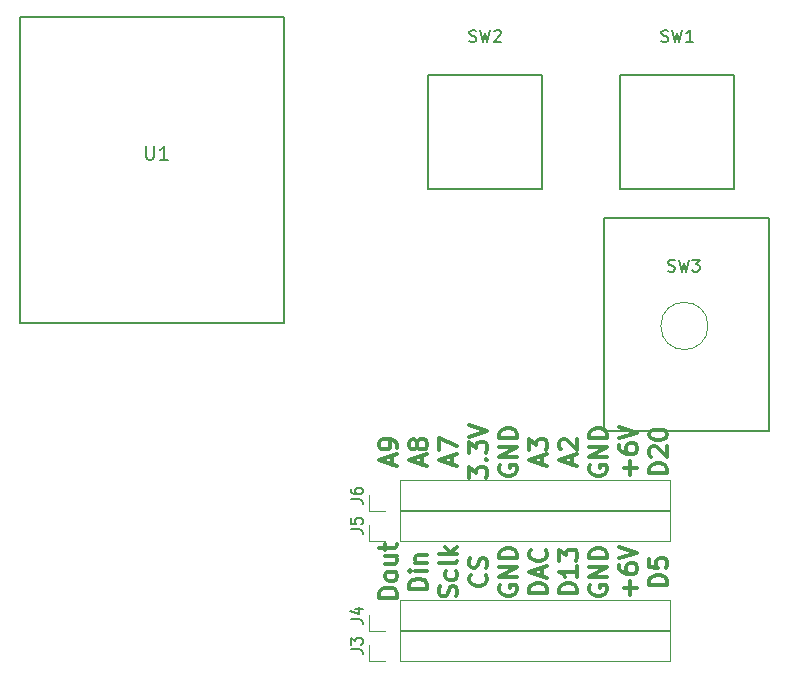
<source format=gbr>
G04 #@! TF.FileFunction,Legend,Top*
%FSLAX46Y46*%
G04 Gerber Fmt 4.6, Leading zero omitted, Abs format (unit mm)*
G04 Created by KiCad (PCBNEW 4.0.7) date 05/31/18 22:49:15*
%MOMM*%
%LPD*%
G01*
G04 APERTURE LIST*
%ADD10C,0.100000*%
%ADD11C,0.300000*%
%ADD12C,0.120000*%
%ADD13C,0.150000*%
G04 APERTURE END LIST*
D10*
D11*
X173398571Y-125567142D02*
X171898571Y-125567142D01*
X171898571Y-125209999D01*
X171970000Y-124995714D01*
X172112857Y-124852856D01*
X172255714Y-124781428D01*
X172541429Y-124709999D01*
X172755714Y-124709999D01*
X173041429Y-124781428D01*
X173184286Y-124852856D01*
X173327143Y-124995714D01*
X173398571Y-125209999D01*
X173398571Y-125567142D01*
X171898571Y-123352856D02*
X171898571Y-124067142D01*
X172612857Y-124138571D01*
X172541429Y-124067142D01*
X172470000Y-123924285D01*
X172470000Y-123567142D01*
X172541429Y-123424285D01*
X172612857Y-123352856D01*
X172755714Y-123281428D01*
X173112857Y-123281428D01*
X173255714Y-123352856D01*
X173327143Y-123424285D01*
X173398571Y-123567142D01*
X173398571Y-123924285D01*
X173327143Y-124067142D01*
X173255714Y-124138571D01*
X170287143Y-126388571D02*
X170287143Y-125245714D01*
X170858571Y-125817143D02*
X169715714Y-125817143D01*
X169358571Y-123888571D02*
X169358571Y-124174285D01*
X169430000Y-124317142D01*
X169501429Y-124388571D01*
X169715714Y-124531428D01*
X170001429Y-124602857D01*
X170572857Y-124602857D01*
X170715714Y-124531428D01*
X170787143Y-124460000D01*
X170858571Y-124317142D01*
X170858571Y-124031428D01*
X170787143Y-123888571D01*
X170715714Y-123817142D01*
X170572857Y-123745714D01*
X170215714Y-123745714D01*
X170072857Y-123817142D01*
X170001429Y-123888571D01*
X169930000Y-124031428D01*
X169930000Y-124317142D01*
X170001429Y-124460000D01*
X170072857Y-124531428D01*
X170215714Y-124602857D01*
X169358571Y-123317143D02*
X170858571Y-122817143D01*
X169358571Y-122317143D01*
X166890000Y-125602857D02*
X166818571Y-125745714D01*
X166818571Y-125960000D01*
X166890000Y-126174285D01*
X167032857Y-126317143D01*
X167175714Y-126388571D01*
X167461429Y-126460000D01*
X167675714Y-126460000D01*
X167961429Y-126388571D01*
X168104286Y-126317143D01*
X168247143Y-126174285D01*
X168318571Y-125960000D01*
X168318571Y-125817143D01*
X168247143Y-125602857D01*
X168175714Y-125531428D01*
X167675714Y-125531428D01*
X167675714Y-125817143D01*
X168318571Y-124888571D02*
X166818571Y-124888571D01*
X168318571Y-124031428D01*
X166818571Y-124031428D01*
X168318571Y-123317142D02*
X166818571Y-123317142D01*
X166818571Y-122959999D01*
X166890000Y-122745714D01*
X167032857Y-122602856D01*
X167175714Y-122531428D01*
X167461429Y-122459999D01*
X167675714Y-122459999D01*
X167961429Y-122531428D01*
X168104286Y-122602856D01*
X168247143Y-122745714D01*
X168318571Y-122959999D01*
X168318571Y-123317142D01*
X165778571Y-126281428D02*
X164278571Y-126281428D01*
X164278571Y-125924285D01*
X164350000Y-125710000D01*
X164492857Y-125567142D01*
X164635714Y-125495714D01*
X164921429Y-125424285D01*
X165135714Y-125424285D01*
X165421429Y-125495714D01*
X165564286Y-125567142D01*
X165707143Y-125710000D01*
X165778571Y-125924285D01*
X165778571Y-126281428D01*
X165778571Y-123995714D02*
X165778571Y-124852857D01*
X165778571Y-124424285D02*
X164278571Y-124424285D01*
X164492857Y-124567142D01*
X164635714Y-124710000D01*
X164707143Y-124852857D01*
X164278571Y-123495714D02*
X164278571Y-122567143D01*
X164850000Y-123067143D01*
X164850000Y-122852857D01*
X164921429Y-122710000D01*
X164992857Y-122638571D01*
X165135714Y-122567143D01*
X165492857Y-122567143D01*
X165635714Y-122638571D01*
X165707143Y-122710000D01*
X165778571Y-122852857D01*
X165778571Y-123281429D01*
X165707143Y-123424286D01*
X165635714Y-123495714D01*
X163238571Y-126245714D02*
X161738571Y-126245714D01*
X161738571Y-125888571D01*
X161810000Y-125674286D01*
X161952857Y-125531428D01*
X162095714Y-125460000D01*
X162381429Y-125388571D01*
X162595714Y-125388571D01*
X162881429Y-125460000D01*
X163024286Y-125531428D01*
X163167143Y-125674286D01*
X163238571Y-125888571D01*
X163238571Y-126245714D01*
X162810000Y-124817143D02*
X162810000Y-124102857D01*
X163238571Y-124960000D02*
X161738571Y-124460000D01*
X163238571Y-123960000D01*
X163095714Y-122602857D02*
X163167143Y-122674286D01*
X163238571Y-122888572D01*
X163238571Y-123031429D01*
X163167143Y-123245714D01*
X163024286Y-123388572D01*
X162881429Y-123460000D01*
X162595714Y-123531429D01*
X162381429Y-123531429D01*
X162095714Y-123460000D01*
X161952857Y-123388572D01*
X161810000Y-123245714D01*
X161738571Y-123031429D01*
X161738571Y-122888572D01*
X161810000Y-122674286D01*
X161881429Y-122602857D01*
X159270000Y-125602857D02*
X159198571Y-125745714D01*
X159198571Y-125960000D01*
X159270000Y-126174285D01*
X159412857Y-126317143D01*
X159555714Y-126388571D01*
X159841429Y-126460000D01*
X160055714Y-126460000D01*
X160341429Y-126388571D01*
X160484286Y-126317143D01*
X160627143Y-126174285D01*
X160698571Y-125960000D01*
X160698571Y-125817143D01*
X160627143Y-125602857D01*
X160555714Y-125531428D01*
X160055714Y-125531428D01*
X160055714Y-125817143D01*
X160698571Y-124888571D02*
X159198571Y-124888571D01*
X160698571Y-124031428D01*
X159198571Y-124031428D01*
X160698571Y-123317142D02*
X159198571Y-123317142D01*
X159198571Y-122959999D01*
X159270000Y-122745714D01*
X159412857Y-122602856D01*
X159555714Y-122531428D01*
X159841429Y-122459999D01*
X160055714Y-122459999D01*
X160341429Y-122531428D01*
X160484286Y-122602856D01*
X160627143Y-122745714D01*
X160698571Y-122959999D01*
X160698571Y-123317142D01*
X158015714Y-124709999D02*
X158087143Y-124781428D01*
X158158571Y-124995714D01*
X158158571Y-125138571D01*
X158087143Y-125352856D01*
X157944286Y-125495714D01*
X157801429Y-125567142D01*
X157515714Y-125638571D01*
X157301429Y-125638571D01*
X157015714Y-125567142D01*
X156872857Y-125495714D01*
X156730000Y-125352856D01*
X156658571Y-125138571D01*
X156658571Y-124995714D01*
X156730000Y-124781428D01*
X156801429Y-124709999D01*
X158087143Y-124138571D02*
X158158571Y-123924285D01*
X158158571Y-123567142D01*
X158087143Y-123424285D01*
X158015714Y-123352856D01*
X157872857Y-123281428D01*
X157730000Y-123281428D01*
X157587143Y-123352856D01*
X157515714Y-123424285D01*
X157444286Y-123567142D01*
X157372857Y-123852856D01*
X157301429Y-123995714D01*
X157230000Y-124067142D01*
X157087143Y-124138571D01*
X156944286Y-124138571D01*
X156801429Y-124067142D01*
X156730000Y-123995714D01*
X156658571Y-123852856D01*
X156658571Y-123495714D01*
X156730000Y-123281428D01*
X155547143Y-126531428D02*
X155618571Y-126317142D01*
X155618571Y-125959999D01*
X155547143Y-125817142D01*
X155475714Y-125745713D01*
X155332857Y-125674285D01*
X155190000Y-125674285D01*
X155047143Y-125745713D01*
X154975714Y-125817142D01*
X154904286Y-125959999D01*
X154832857Y-126245713D01*
X154761429Y-126388571D01*
X154690000Y-126459999D01*
X154547143Y-126531428D01*
X154404286Y-126531428D01*
X154261429Y-126459999D01*
X154190000Y-126388571D01*
X154118571Y-126245713D01*
X154118571Y-125888571D01*
X154190000Y-125674285D01*
X155547143Y-124388571D02*
X155618571Y-124531428D01*
X155618571Y-124817142D01*
X155547143Y-124960000D01*
X155475714Y-125031428D01*
X155332857Y-125102857D01*
X154904286Y-125102857D01*
X154761429Y-125031428D01*
X154690000Y-124960000D01*
X154618571Y-124817142D01*
X154618571Y-124531428D01*
X154690000Y-124388571D01*
X155618571Y-123531428D02*
X155547143Y-123674286D01*
X155404286Y-123745714D01*
X154118571Y-123745714D01*
X155618571Y-122960000D02*
X154118571Y-122960000D01*
X155047143Y-122817143D02*
X155618571Y-122388572D01*
X154618571Y-122388572D02*
X155190000Y-122960000D01*
X153078571Y-125888571D02*
X151578571Y-125888571D01*
X151578571Y-125531428D01*
X151650000Y-125317143D01*
X151792857Y-125174285D01*
X151935714Y-125102857D01*
X152221429Y-125031428D01*
X152435714Y-125031428D01*
X152721429Y-125102857D01*
X152864286Y-125174285D01*
X153007143Y-125317143D01*
X153078571Y-125531428D01*
X153078571Y-125888571D01*
X153078571Y-124388571D02*
X152078571Y-124388571D01*
X151578571Y-124388571D02*
X151650000Y-124460000D01*
X151721429Y-124388571D01*
X151650000Y-124317143D01*
X151578571Y-124388571D01*
X151721429Y-124388571D01*
X152078571Y-123674285D02*
X153078571Y-123674285D01*
X152221429Y-123674285D02*
X152150000Y-123602857D01*
X152078571Y-123459999D01*
X152078571Y-123245714D01*
X152150000Y-123102857D01*
X152292857Y-123031428D01*
X153078571Y-123031428D01*
X150538571Y-126638571D02*
X149038571Y-126638571D01*
X149038571Y-126281428D01*
X149110000Y-126067143D01*
X149252857Y-125924285D01*
X149395714Y-125852857D01*
X149681429Y-125781428D01*
X149895714Y-125781428D01*
X150181429Y-125852857D01*
X150324286Y-125924285D01*
X150467143Y-126067143D01*
X150538571Y-126281428D01*
X150538571Y-126638571D01*
X150538571Y-124924285D02*
X150467143Y-125067143D01*
X150395714Y-125138571D01*
X150252857Y-125210000D01*
X149824286Y-125210000D01*
X149681429Y-125138571D01*
X149610000Y-125067143D01*
X149538571Y-124924285D01*
X149538571Y-124710000D01*
X149610000Y-124567143D01*
X149681429Y-124495714D01*
X149824286Y-124424285D01*
X150252857Y-124424285D01*
X150395714Y-124495714D01*
X150467143Y-124567143D01*
X150538571Y-124710000D01*
X150538571Y-124924285D01*
X149538571Y-123138571D02*
X150538571Y-123138571D01*
X149538571Y-123781428D02*
X150324286Y-123781428D01*
X150467143Y-123710000D01*
X150538571Y-123567142D01*
X150538571Y-123352857D01*
X150467143Y-123210000D01*
X150395714Y-123138571D01*
X149538571Y-122638571D02*
X149538571Y-122067142D01*
X149038571Y-122424285D02*
X150324286Y-122424285D01*
X150467143Y-122352857D01*
X150538571Y-122209999D01*
X150538571Y-122067142D01*
X173398571Y-116121428D02*
X171898571Y-116121428D01*
X171898571Y-115764285D01*
X171970000Y-115550000D01*
X172112857Y-115407142D01*
X172255714Y-115335714D01*
X172541429Y-115264285D01*
X172755714Y-115264285D01*
X173041429Y-115335714D01*
X173184286Y-115407142D01*
X173327143Y-115550000D01*
X173398571Y-115764285D01*
X173398571Y-116121428D01*
X172041429Y-114692857D02*
X171970000Y-114621428D01*
X171898571Y-114478571D01*
X171898571Y-114121428D01*
X171970000Y-113978571D01*
X172041429Y-113907142D01*
X172184286Y-113835714D01*
X172327143Y-113835714D01*
X172541429Y-113907142D01*
X173398571Y-114764285D01*
X173398571Y-113835714D01*
X171898571Y-112907143D02*
X171898571Y-112764286D01*
X171970000Y-112621429D01*
X172041429Y-112550000D01*
X172184286Y-112478571D01*
X172470000Y-112407143D01*
X172827143Y-112407143D01*
X173112857Y-112478571D01*
X173255714Y-112550000D01*
X173327143Y-112621429D01*
X173398571Y-112764286D01*
X173398571Y-112907143D01*
X173327143Y-113050000D01*
X173255714Y-113121429D01*
X173112857Y-113192857D01*
X172827143Y-113264286D01*
X172470000Y-113264286D01*
X172184286Y-113192857D01*
X172041429Y-113121429D01*
X171970000Y-113050000D01*
X171898571Y-112907143D01*
X170287143Y-116228571D02*
X170287143Y-115085714D01*
X170858571Y-115657143D02*
X169715714Y-115657143D01*
X169358571Y-113728571D02*
X169358571Y-114014285D01*
X169430000Y-114157142D01*
X169501429Y-114228571D01*
X169715714Y-114371428D01*
X170001429Y-114442857D01*
X170572857Y-114442857D01*
X170715714Y-114371428D01*
X170787143Y-114300000D01*
X170858571Y-114157142D01*
X170858571Y-113871428D01*
X170787143Y-113728571D01*
X170715714Y-113657142D01*
X170572857Y-113585714D01*
X170215714Y-113585714D01*
X170072857Y-113657142D01*
X170001429Y-113728571D01*
X169930000Y-113871428D01*
X169930000Y-114157142D01*
X170001429Y-114300000D01*
X170072857Y-114371428D01*
X170215714Y-114442857D01*
X169358571Y-113157143D02*
X170858571Y-112657143D01*
X169358571Y-112157143D01*
X166890000Y-115442857D02*
X166818571Y-115585714D01*
X166818571Y-115800000D01*
X166890000Y-116014285D01*
X167032857Y-116157143D01*
X167175714Y-116228571D01*
X167461429Y-116300000D01*
X167675714Y-116300000D01*
X167961429Y-116228571D01*
X168104286Y-116157143D01*
X168247143Y-116014285D01*
X168318571Y-115800000D01*
X168318571Y-115657143D01*
X168247143Y-115442857D01*
X168175714Y-115371428D01*
X167675714Y-115371428D01*
X167675714Y-115657143D01*
X168318571Y-114728571D02*
X166818571Y-114728571D01*
X168318571Y-113871428D01*
X166818571Y-113871428D01*
X168318571Y-113157142D02*
X166818571Y-113157142D01*
X166818571Y-112799999D01*
X166890000Y-112585714D01*
X167032857Y-112442856D01*
X167175714Y-112371428D01*
X167461429Y-112299999D01*
X167675714Y-112299999D01*
X167961429Y-112371428D01*
X168104286Y-112442856D01*
X168247143Y-112585714D01*
X168318571Y-112799999D01*
X168318571Y-113157142D01*
X165350000Y-115371428D02*
X165350000Y-114657142D01*
X165778571Y-115514285D02*
X164278571Y-115014285D01*
X165778571Y-114514285D01*
X164421429Y-114085714D02*
X164350000Y-114014285D01*
X164278571Y-113871428D01*
X164278571Y-113514285D01*
X164350000Y-113371428D01*
X164421429Y-113299999D01*
X164564286Y-113228571D01*
X164707143Y-113228571D01*
X164921429Y-113299999D01*
X165778571Y-114157142D01*
X165778571Y-113228571D01*
X162810000Y-115371428D02*
X162810000Y-114657142D01*
X163238571Y-115514285D02*
X161738571Y-115014285D01*
X163238571Y-114514285D01*
X161738571Y-114157142D02*
X161738571Y-113228571D01*
X162310000Y-113728571D01*
X162310000Y-113514285D01*
X162381429Y-113371428D01*
X162452857Y-113299999D01*
X162595714Y-113228571D01*
X162952857Y-113228571D01*
X163095714Y-113299999D01*
X163167143Y-113371428D01*
X163238571Y-113514285D01*
X163238571Y-113942857D01*
X163167143Y-114085714D01*
X163095714Y-114157142D01*
X159270000Y-115442857D02*
X159198571Y-115585714D01*
X159198571Y-115800000D01*
X159270000Y-116014285D01*
X159412857Y-116157143D01*
X159555714Y-116228571D01*
X159841429Y-116300000D01*
X160055714Y-116300000D01*
X160341429Y-116228571D01*
X160484286Y-116157143D01*
X160627143Y-116014285D01*
X160698571Y-115800000D01*
X160698571Y-115657143D01*
X160627143Y-115442857D01*
X160555714Y-115371428D01*
X160055714Y-115371428D01*
X160055714Y-115657143D01*
X160698571Y-114728571D02*
X159198571Y-114728571D01*
X160698571Y-113871428D01*
X159198571Y-113871428D01*
X160698571Y-113157142D02*
X159198571Y-113157142D01*
X159198571Y-112799999D01*
X159270000Y-112585714D01*
X159412857Y-112442856D01*
X159555714Y-112371428D01*
X159841429Y-112299999D01*
X160055714Y-112299999D01*
X160341429Y-112371428D01*
X160484286Y-112442856D01*
X160627143Y-112585714D01*
X160698571Y-112799999D01*
X160698571Y-113157142D01*
X156658571Y-116514285D02*
X156658571Y-115585714D01*
X157230000Y-116085714D01*
X157230000Y-115871428D01*
X157301429Y-115728571D01*
X157372857Y-115657142D01*
X157515714Y-115585714D01*
X157872857Y-115585714D01*
X158015714Y-115657142D01*
X158087143Y-115728571D01*
X158158571Y-115871428D01*
X158158571Y-116300000D01*
X158087143Y-116442857D01*
X158015714Y-116514285D01*
X158015714Y-114942857D02*
X158087143Y-114871429D01*
X158158571Y-114942857D01*
X158087143Y-115014286D01*
X158015714Y-114942857D01*
X158158571Y-114942857D01*
X156658571Y-114371428D02*
X156658571Y-113442857D01*
X157230000Y-113942857D01*
X157230000Y-113728571D01*
X157301429Y-113585714D01*
X157372857Y-113514285D01*
X157515714Y-113442857D01*
X157872857Y-113442857D01*
X158015714Y-113514285D01*
X158087143Y-113585714D01*
X158158571Y-113728571D01*
X158158571Y-114157143D01*
X158087143Y-114300000D01*
X158015714Y-114371428D01*
X156658571Y-113014286D02*
X158158571Y-112514286D01*
X156658571Y-112014286D01*
X155190000Y-115371428D02*
X155190000Y-114657142D01*
X155618571Y-115514285D02*
X154118571Y-115014285D01*
X155618571Y-114514285D01*
X154118571Y-114157142D02*
X154118571Y-113157142D01*
X155618571Y-113799999D01*
X150110000Y-115371428D02*
X150110000Y-114657142D01*
X150538571Y-115514285D02*
X149038571Y-115014285D01*
X150538571Y-114514285D01*
X150538571Y-113942857D02*
X150538571Y-113657142D01*
X150467143Y-113514285D01*
X150395714Y-113442857D01*
X150181429Y-113299999D01*
X149895714Y-113228571D01*
X149324286Y-113228571D01*
X149181429Y-113299999D01*
X149110000Y-113371428D01*
X149038571Y-113514285D01*
X149038571Y-113799999D01*
X149110000Y-113942857D01*
X149181429Y-114014285D01*
X149324286Y-114085714D01*
X149681429Y-114085714D01*
X149824286Y-114014285D01*
X149895714Y-113942857D01*
X149967143Y-113799999D01*
X149967143Y-113514285D01*
X149895714Y-113371428D01*
X149824286Y-113299999D01*
X149681429Y-113228571D01*
X152650000Y-115371428D02*
X152650000Y-114657142D01*
X153078571Y-115514285D02*
X151578571Y-115014285D01*
X153078571Y-114514285D01*
X152221429Y-113799999D02*
X152150000Y-113942857D01*
X152078571Y-114014285D01*
X151935714Y-114085714D01*
X151864286Y-114085714D01*
X151721429Y-114014285D01*
X151650000Y-113942857D01*
X151578571Y-113799999D01*
X151578571Y-113514285D01*
X151650000Y-113371428D01*
X151721429Y-113299999D01*
X151864286Y-113228571D01*
X151935714Y-113228571D01*
X152078571Y-113299999D01*
X152150000Y-113371428D01*
X152221429Y-113514285D01*
X152221429Y-113799999D01*
X152292857Y-113942857D01*
X152364286Y-114014285D01*
X152507143Y-114085714D01*
X152792857Y-114085714D01*
X152935714Y-114014285D01*
X153007143Y-113942857D01*
X153078571Y-113799999D01*
X153078571Y-113514285D01*
X153007143Y-113371428D01*
X152935714Y-113299999D01*
X152792857Y-113228571D01*
X152507143Y-113228571D01*
X152364286Y-113299999D01*
X152292857Y-113371428D01*
X152221429Y-113514285D01*
D12*
X173669000Y-129473000D02*
X173669000Y-126813000D01*
X150749000Y-129473000D02*
X173669000Y-129473000D01*
X150749000Y-126813000D02*
X173669000Y-126813000D01*
X150749000Y-129473000D02*
X150749000Y-126813000D01*
X149479000Y-129473000D02*
X148149000Y-129473000D01*
X148149000Y-129473000D02*
X148149000Y-128143000D01*
D13*
X140716000Y-103378000D02*
X140970000Y-103378000D01*
X140970000Y-77724000D02*
X140970000Y-77470000D01*
X140970000Y-77470000D02*
X118618000Y-77470000D01*
X118618000Y-77470000D02*
X118618000Y-103378000D01*
X118618000Y-103378000D02*
X140716000Y-103378000D01*
X140970000Y-103378000D02*
X140970000Y-77724000D01*
X118575000Y-94922000D02*
X118575000Y-84402001D01*
D12*
X173669000Y-132013000D02*
X173669000Y-129353000D01*
X150749000Y-132013000D02*
X173669000Y-132013000D01*
X150749000Y-129353000D02*
X173669000Y-129353000D01*
X150749000Y-132013000D02*
X150749000Y-129353000D01*
X149479000Y-132013000D02*
X148149000Y-132013000D01*
X148149000Y-132013000D02*
X148149000Y-130683000D01*
X173669000Y-121853000D02*
X173669000Y-119193000D01*
X150749000Y-121853000D02*
X173669000Y-121853000D01*
X150749000Y-119193000D02*
X173669000Y-119193000D01*
X150749000Y-121853000D02*
X150749000Y-119193000D01*
X149479000Y-121853000D02*
X148149000Y-121853000D01*
X148149000Y-121853000D02*
X148149000Y-120523000D01*
X173669000Y-119313000D02*
X173669000Y-116653000D01*
X150749000Y-119313000D02*
X173669000Y-119313000D01*
X150749000Y-116653000D02*
X173669000Y-116653000D01*
X150749000Y-119313000D02*
X150749000Y-116653000D01*
X149479000Y-119313000D02*
X148149000Y-119313000D01*
X148149000Y-119313000D02*
X148149000Y-117983000D01*
D13*
X153162000Y-92075000D02*
X162814000Y-92075000D01*
X162814000Y-92075000D02*
X162814000Y-82423000D01*
X162814000Y-82423000D02*
X153162000Y-82423000D01*
X153162000Y-82423000D02*
X153162000Y-92075000D01*
X169418000Y-92075000D02*
X179070000Y-92075000D01*
X179070000Y-92075000D02*
X179070000Y-82423000D01*
X179070000Y-82423000D02*
X169418000Y-82423000D01*
X169418000Y-82423000D02*
X169418000Y-92075000D01*
X182016400Y-95859600D02*
X182016400Y-94513400D01*
X168046400Y-95859600D02*
X168046400Y-94488000D01*
X182016400Y-111099600D02*
X182016400Y-112496600D01*
X168046400Y-111099600D02*
X168046400Y-112496600D01*
X168046400Y-112496600D02*
X182016400Y-112496600D01*
X182016400Y-111099600D02*
X182016400Y-95859600D01*
X182016400Y-94488000D02*
X168046400Y-94488000D01*
X168046400Y-95859600D02*
X168046400Y-111099600D01*
D12*
X176853600Y-103632000D02*
G75*
G03X176853600Y-103632000I-2000000J0D01*
G01*
D13*
X146601381Y-128476333D02*
X147315667Y-128476333D01*
X147458524Y-128523953D01*
X147553762Y-128619191D01*
X147601381Y-128762048D01*
X147601381Y-128857286D01*
X146934714Y-127571571D02*
X147601381Y-127571571D01*
X146553762Y-127809667D02*
X147268048Y-128047762D01*
X147268048Y-127428714D01*
X129260714Y-88369857D02*
X129260714Y-89341286D01*
X129317857Y-89455571D01*
X129375000Y-89512714D01*
X129489286Y-89569857D01*
X129717857Y-89569857D01*
X129832143Y-89512714D01*
X129889286Y-89455571D01*
X129946429Y-89341286D01*
X129946429Y-88369857D01*
X131146429Y-89569857D02*
X130460714Y-89569857D01*
X130803572Y-89569857D02*
X130803572Y-88369857D01*
X130689286Y-88541286D01*
X130575000Y-88655571D01*
X130460714Y-88712714D01*
X146601381Y-131016333D02*
X147315667Y-131016333D01*
X147458524Y-131063953D01*
X147553762Y-131159191D01*
X147601381Y-131302048D01*
X147601381Y-131397286D01*
X146601381Y-130635381D02*
X146601381Y-130016333D01*
X146982333Y-130349667D01*
X146982333Y-130206809D01*
X147029952Y-130111571D01*
X147077571Y-130063952D01*
X147172810Y-130016333D01*
X147410905Y-130016333D01*
X147506143Y-130063952D01*
X147553762Y-130111571D01*
X147601381Y-130206809D01*
X147601381Y-130492524D01*
X147553762Y-130587762D01*
X147506143Y-130635381D01*
X146601381Y-120856333D02*
X147315667Y-120856333D01*
X147458524Y-120903953D01*
X147553762Y-120999191D01*
X147601381Y-121142048D01*
X147601381Y-121237286D01*
X146601381Y-119903952D02*
X146601381Y-120380143D01*
X147077571Y-120427762D01*
X147029952Y-120380143D01*
X146982333Y-120284905D01*
X146982333Y-120046809D01*
X147029952Y-119951571D01*
X147077571Y-119903952D01*
X147172810Y-119856333D01*
X147410905Y-119856333D01*
X147506143Y-119903952D01*
X147553762Y-119951571D01*
X147601381Y-120046809D01*
X147601381Y-120284905D01*
X147553762Y-120380143D01*
X147506143Y-120427762D01*
X146601381Y-118316333D02*
X147315667Y-118316333D01*
X147458524Y-118363953D01*
X147553762Y-118459191D01*
X147601381Y-118602048D01*
X147601381Y-118697286D01*
X146601381Y-117411571D02*
X146601381Y-117602048D01*
X146649000Y-117697286D01*
X146696619Y-117744905D01*
X146839476Y-117840143D01*
X147029952Y-117887762D01*
X147410905Y-117887762D01*
X147506143Y-117840143D01*
X147553762Y-117792524D01*
X147601381Y-117697286D01*
X147601381Y-117506809D01*
X147553762Y-117411571D01*
X147506143Y-117363952D01*
X147410905Y-117316333D01*
X147172810Y-117316333D01*
X147077571Y-117363952D01*
X147029952Y-117411571D01*
X146982333Y-117506809D01*
X146982333Y-117697286D01*
X147029952Y-117792524D01*
X147077571Y-117840143D01*
X147172810Y-117887762D01*
X156654667Y-79525762D02*
X156797524Y-79573381D01*
X157035620Y-79573381D01*
X157130858Y-79525762D01*
X157178477Y-79478143D01*
X157226096Y-79382905D01*
X157226096Y-79287667D01*
X157178477Y-79192429D01*
X157130858Y-79144810D01*
X157035620Y-79097190D01*
X156845143Y-79049571D01*
X156749905Y-79001952D01*
X156702286Y-78954333D01*
X156654667Y-78859095D01*
X156654667Y-78763857D01*
X156702286Y-78668619D01*
X156749905Y-78621000D01*
X156845143Y-78573381D01*
X157083239Y-78573381D01*
X157226096Y-78621000D01*
X157559429Y-78573381D02*
X157797524Y-79573381D01*
X157988001Y-78859095D01*
X158178477Y-79573381D01*
X158416572Y-78573381D01*
X158749905Y-78668619D02*
X158797524Y-78621000D01*
X158892762Y-78573381D01*
X159130858Y-78573381D01*
X159226096Y-78621000D01*
X159273715Y-78668619D01*
X159321334Y-78763857D01*
X159321334Y-78859095D01*
X159273715Y-79001952D01*
X158702286Y-79573381D01*
X159321334Y-79573381D01*
X172910667Y-79525762D02*
X173053524Y-79573381D01*
X173291620Y-79573381D01*
X173386858Y-79525762D01*
X173434477Y-79478143D01*
X173482096Y-79382905D01*
X173482096Y-79287667D01*
X173434477Y-79192429D01*
X173386858Y-79144810D01*
X173291620Y-79097190D01*
X173101143Y-79049571D01*
X173005905Y-79001952D01*
X172958286Y-78954333D01*
X172910667Y-78859095D01*
X172910667Y-78763857D01*
X172958286Y-78668619D01*
X173005905Y-78621000D01*
X173101143Y-78573381D01*
X173339239Y-78573381D01*
X173482096Y-78621000D01*
X173815429Y-78573381D02*
X174053524Y-79573381D01*
X174244001Y-78859095D01*
X174434477Y-79573381D01*
X174672572Y-78573381D01*
X175577334Y-79573381D02*
X175005905Y-79573381D01*
X175291619Y-79573381D02*
X175291619Y-78573381D01*
X175196381Y-78716238D01*
X175101143Y-78811476D01*
X175005905Y-78859095D01*
X173469467Y-98982162D02*
X173612324Y-99029781D01*
X173850420Y-99029781D01*
X173945658Y-98982162D01*
X173993277Y-98934543D01*
X174040896Y-98839305D01*
X174040896Y-98744067D01*
X173993277Y-98648829D01*
X173945658Y-98601210D01*
X173850420Y-98553590D01*
X173659943Y-98505971D01*
X173564705Y-98458352D01*
X173517086Y-98410733D01*
X173469467Y-98315495D01*
X173469467Y-98220257D01*
X173517086Y-98125019D01*
X173564705Y-98077400D01*
X173659943Y-98029781D01*
X173898039Y-98029781D01*
X174040896Y-98077400D01*
X174374229Y-98029781D02*
X174612324Y-99029781D01*
X174802801Y-98315495D01*
X174993277Y-99029781D01*
X175231372Y-98029781D01*
X175517086Y-98029781D02*
X176136134Y-98029781D01*
X175802800Y-98410733D01*
X175945658Y-98410733D01*
X176040896Y-98458352D01*
X176088515Y-98505971D01*
X176136134Y-98601210D01*
X176136134Y-98839305D01*
X176088515Y-98934543D01*
X176040896Y-98982162D01*
X175945658Y-99029781D01*
X175659943Y-99029781D01*
X175564705Y-98982162D01*
X175517086Y-98934543D01*
M02*

</source>
